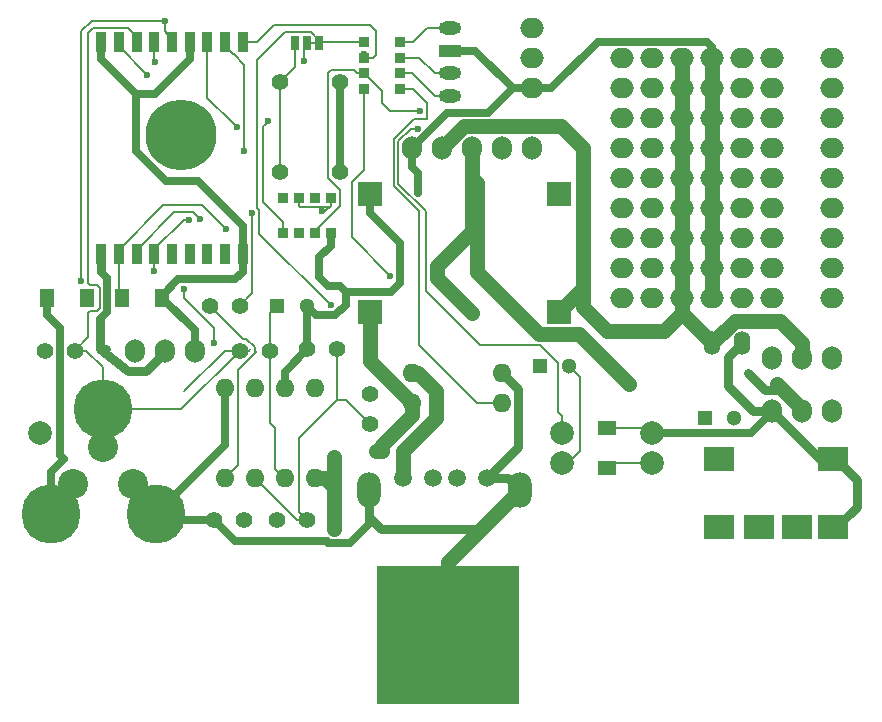
<source format=gbr>
G04 #@! TF.FileFunction,Copper,L1,Top,Signal*
%FSLAX46Y46*%
G04 Gerber Fmt 4.6, Leading zero omitted, Abs format (unit mm)*
G04 Created by KiCad (PCBNEW 4.0.2+dfsg1-stable) date 2016年07月15日 17時34分00秒*
%MOMM*%
G01*
G04 APERTURE LIST*
%ADD10C,0.100000*%
%ADD11O,1.905000X1.117600*%
%ADD12R,1.905000X1.117600*%
%ADD13O,2.000000X1.700000*%
%ADD14R,0.800000X1.200000*%
%ADD15O,1.700000X2.000000*%
%ADD16C,1.998980*%
%ADD17C,1.501140*%
%ADD18O,2.000000X3.000000*%
%ADD19O,1.400000X2.000000*%
%ADD20R,0.900000X0.900000*%
%ADD21C,2.000000*%
%ADD22R,0.900000X1.700000*%
%ADD23C,6.000000*%
%ADD24O,1.600000X1.600000*%
%ADD25R,2.500000X2.000000*%
%ADD26R,2.000000X2.000000*%
%ADD27R,12.000000X11.750000*%
%ADD28C,1.397000*%
%ADD29C,5.000000*%
%ADD30C,2.540000*%
%ADD31R,1.200000X1.600000*%
%ADD32R,1.600000X1.200000*%
%ADD33R,1.300000X1.300000*%
%ADD34C,1.300000*%
%ADD35C,0.600000*%
%ADD36C,0.203200*%
%ADD37C,0.635000*%
%ADD38C,0.762000*%
%ADD39C,1.270000*%
G04 APERTURE END LIST*
D10*
D11*
X173355000Y-95250000D03*
D12*
X173355000Y-97155000D03*
D11*
X173355000Y-99060000D03*
X173355000Y-100965000D03*
D13*
X180340000Y-95250000D03*
X180340000Y-97790000D03*
X180340000Y-100330000D03*
D14*
X162290000Y-96520000D03*
X160290000Y-96520000D03*
X161290000Y-96520000D03*
D15*
X151765000Y-122555000D03*
X149225000Y-122555000D03*
X146685000Y-122555000D03*
X170180000Y-105410000D03*
X175260000Y-105410000D03*
X172720000Y-105410000D03*
X177800000Y-105410000D03*
X180340000Y-105410000D03*
D16*
X138684000Y-129540000D03*
D17*
X176530860Y-133347880D03*
X173990860Y-133347880D03*
X171958860Y-133347880D03*
X169418860Y-133347880D03*
D18*
X179318000Y-134380000D03*
X166518000Y-134380000D03*
D15*
X200660000Y-127635000D03*
X203200000Y-127635000D03*
X205740000Y-127635000D03*
X200660000Y-123190000D03*
X203200000Y-123190000D03*
X205740000Y-123190000D03*
D19*
X195580000Y-121920000D03*
X198120000Y-121920000D03*
D20*
X166140000Y-96425000D03*
X166140000Y-100425000D03*
X166140000Y-97765000D03*
X166140000Y-99085000D03*
X169140000Y-97765000D03*
X169140000Y-96425000D03*
X169140000Y-100425000D03*
X169140000Y-99085000D03*
D21*
X182890160Y-132080000D03*
X190489840Y-132080000D03*
D22*
X143860000Y-96410000D03*
X143860000Y-114410000D03*
X145360000Y-96410000D03*
X145360000Y-114410000D03*
X146860000Y-96410000D03*
X146860000Y-114410000D03*
X148360000Y-96410000D03*
X148360000Y-114410000D03*
X149860000Y-96410000D03*
X149860000Y-114410000D03*
X151360000Y-96410000D03*
X151360000Y-114410000D03*
X152860000Y-96410000D03*
X152860000Y-114410000D03*
X154360000Y-96410000D03*
X154360000Y-114410000D03*
X155860000Y-96410000D03*
X155860000Y-114410000D03*
D23*
X150660000Y-104310000D03*
D24*
X161925000Y-125730000D03*
X159385000Y-125730000D03*
X156845000Y-125730000D03*
X154305000Y-125730000D03*
X154305000Y-133350000D03*
X156845000Y-133350000D03*
X159385000Y-133350000D03*
X161925000Y-133350000D03*
D25*
X196145000Y-131720000D03*
X205845000Y-131720000D03*
X199545000Y-137520000D03*
X196145000Y-137520000D03*
X205845000Y-137520000D03*
X202745000Y-137520000D03*
D26*
X182625000Y-119300000D03*
X182625000Y-109300000D03*
X166625000Y-109300000D03*
X166625000Y-119300000D03*
D27*
X173228000Y-146672000D03*
D28*
X153035000Y-118745000D03*
X155575000Y-118745000D03*
X153416000Y-136906000D03*
X155956000Y-136906000D03*
X158750000Y-136906000D03*
X161290000Y-136906000D03*
X166624000Y-128778000D03*
X166624000Y-126238000D03*
X161290000Y-122428000D03*
X163830000Y-122428000D03*
X155575000Y-122555000D03*
X158115000Y-122555000D03*
X139065000Y-122555000D03*
X141605000Y-122555000D03*
D24*
X177800000Y-127000000D03*
X177800000Y-124460000D03*
X170180000Y-124460000D03*
X170180000Y-127000000D03*
D21*
X182890160Y-129540000D03*
X190489840Y-129540000D03*
D29*
X139573000Y-136398000D03*
X144018000Y-127508000D03*
X148463000Y-136398000D03*
D30*
X141478000Y-133858000D03*
X144018000Y-130683000D03*
X146558000Y-133858000D03*
D28*
X164084000Y-107442000D03*
X159004000Y-107442000D03*
X164084000Y-99822000D03*
X159004000Y-99822000D03*
D31*
X139270000Y-118110000D03*
X142670000Y-118110000D03*
X145620000Y-118110000D03*
X149020000Y-118110000D03*
D32*
X186690000Y-132510000D03*
X186690000Y-129110000D03*
D20*
X159290000Y-112625000D03*
X163290000Y-112625000D03*
X160630000Y-112625000D03*
X161950000Y-112625000D03*
X160630000Y-109625000D03*
X159290000Y-109625000D03*
X163290000Y-109625000D03*
X161950000Y-109625000D03*
D33*
X194945000Y-128270000D03*
D34*
X197445000Y-128270000D03*
X183475000Y-123825000D03*
D33*
X180975000Y-123825000D03*
D13*
X205740000Y-97790000D03*
X205740000Y-107950000D03*
X205740000Y-105410000D03*
X205740000Y-100330000D03*
X205740000Y-102870000D03*
X205740000Y-113030000D03*
X205740000Y-110490000D03*
X205740000Y-115570000D03*
X205740000Y-118110000D03*
X198120000Y-97790000D03*
X198120000Y-107950000D03*
X198120000Y-105410000D03*
X198120000Y-100330000D03*
X198120000Y-102870000D03*
X198120000Y-113030000D03*
X198120000Y-110490000D03*
X198120000Y-115570000D03*
X198120000Y-118110000D03*
X193040000Y-118110000D03*
X193040000Y-107950000D03*
X193040000Y-110490000D03*
X193040000Y-115570000D03*
X193040000Y-113030000D03*
X193040000Y-102870000D03*
X193040000Y-105410000D03*
X193040000Y-100330000D03*
X193040000Y-97790000D03*
X195580000Y-118110000D03*
X195580000Y-107950000D03*
X195580000Y-110490000D03*
X195580000Y-115570000D03*
X195580000Y-113030000D03*
X195580000Y-102870000D03*
X195580000Y-105410000D03*
X195580000Y-100330000D03*
X195580000Y-97790000D03*
X200660000Y-97790000D03*
X200660000Y-107950000D03*
X200660000Y-105410000D03*
X200660000Y-100330000D03*
X200660000Y-102870000D03*
X200660000Y-113030000D03*
X200660000Y-110490000D03*
X200660000Y-115570000D03*
X200660000Y-118110000D03*
X187960000Y-118110000D03*
X187960000Y-107950000D03*
X187960000Y-110490000D03*
X187960000Y-115570000D03*
X187960000Y-113030000D03*
X187960000Y-102870000D03*
X187960000Y-105410000D03*
X187960000Y-100330000D03*
X187960000Y-97790000D03*
X190500000Y-118110000D03*
X190500000Y-107950000D03*
X190500000Y-110490000D03*
X190500000Y-115570000D03*
X190500000Y-113030000D03*
X190500000Y-102870000D03*
X190500000Y-105410000D03*
X190500000Y-100330000D03*
X190500000Y-97790000D03*
D33*
X158750000Y-118745000D03*
D34*
X161250000Y-118745000D03*
D35*
X156635409Y-110915409D03*
X139270000Y-118110000D03*
X143860000Y-115824000D03*
X182625000Y-119300000D03*
X155575000Y-118745000D03*
X162560000Y-110744000D03*
X150368000Y-98887000D03*
X170688000Y-109220000D03*
X142670000Y-118110000D03*
X166625000Y-109300000D03*
X182880000Y-109220000D03*
X157999169Y-103124000D03*
X163305689Y-118737020D03*
X147779995Y-99225523D03*
X161036000Y-98044000D03*
X148452926Y-98160926D03*
X155354398Y-103627152D03*
X187651580Y-124460000D03*
X198628000Y-124460000D03*
X163576000Y-131572000D03*
X163576000Y-137668000D03*
X167132000Y-131064000D03*
X175260000Y-119380000D03*
X166624000Y-119634000D03*
X142146380Y-116705020D03*
X149728447Y-96018855D03*
X149225000Y-94615000D03*
X161950000Y-109625000D03*
X154432000Y-112268000D03*
X161925000Y-125730000D03*
X155956000Y-105664000D03*
X151360000Y-114410000D03*
X162052000Y-112776000D03*
X170815000Y-102235000D03*
X152860000Y-114410000D03*
X159290000Y-109625000D03*
X152221647Y-111416466D03*
X149860000Y-114300000D03*
X148336000Y-115824000D03*
X150876000Y-117348000D03*
X153416000Y-121920000D03*
X170675150Y-103758702D03*
X148360000Y-114410000D03*
X151257000Y-111506000D03*
X168347610Y-116229768D03*
X166140000Y-97413781D03*
X166140000Y-100425000D03*
X154360000Y-114410000D03*
X160630000Y-112625000D03*
D36*
X156635409Y-111339673D02*
X156635409Y-110915409D01*
X156635409Y-117684591D02*
X156635409Y-111339673D01*
X155575000Y-118745000D02*
X156635409Y-117684591D01*
D37*
X143860000Y-115824000D02*
X143860000Y-115895000D01*
D38*
X143860000Y-114410000D02*
X143860000Y-115824000D01*
D37*
X139270000Y-118310000D02*
X139270000Y-118110000D01*
X144383110Y-116418110D02*
X144383110Y-119268890D01*
X143860000Y-115895000D02*
X144383110Y-116418110D01*
X144383110Y-119268890D02*
X143764000Y-119888000D01*
X141478000Y-133858000D02*
X141478000Y-134493000D01*
X141478000Y-134493000D02*
X139573000Y-136398000D01*
X140716000Y-131719467D02*
X140388999Y-131392466D01*
X140388999Y-131392466D02*
X140388999Y-120663999D01*
X140388999Y-120663999D02*
X139270000Y-119545000D01*
X139270000Y-119545000D02*
X139270000Y-118110000D01*
X139573000Y-136398000D02*
X139573000Y-132862467D01*
X139573000Y-132862467D02*
X140716000Y-131719467D01*
D38*
X143764000Y-122428000D02*
X143764000Y-119888000D01*
X146161000Y-124317000D02*
X143764000Y-122428000D01*
X144272000Y-122428000D02*
X143764000Y-122428000D01*
X149225000Y-122555000D02*
X149225000Y-122705000D01*
X149225000Y-122705000D02*
X147613000Y-124317000D01*
X147613000Y-124317000D02*
X146161000Y-124317000D01*
D36*
X162824200Y-110744000D02*
X162560000Y-110744000D01*
X163290000Y-110278200D02*
X162824200Y-110744000D01*
X160668601Y-110376601D02*
X160630000Y-110338000D01*
X160630000Y-110338000D02*
X160630000Y-109625000D01*
X163290000Y-109625000D02*
X163290000Y-110278200D01*
X163290000Y-110278200D02*
X163191599Y-110376601D01*
X163191599Y-110376601D02*
X160668601Y-110376601D01*
D39*
X172720000Y-105410000D02*
X174555010Y-103574990D01*
X174555010Y-103574990D02*
X182822990Y-103574990D01*
X182822990Y-103574990D02*
X184658000Y-105410000D01*
X184658000Y-105410000D02*
X184658000Y-117561500D01*
X193040000Y-100330000D02*
X193040000Y-97790000D01*
X193040000Y-102870000D02*
X193040000Y-100330000D01*
X193040000Y-105410000D02*
X193040000Y-102870000D01*
X193040000Y-107950000D02*
X193040000Y-105410000D01*
X193040000Y-110490000D02*
X193040000Y-107950000D01*
X193040000Y-113030000D02*
X193040000Y-110490000D01*
X193040000Y-118110000D02*
X193040000Y-119380000D01*
X193040000Y-115570000D02*
X193040000Y-113030000D01*
X193040000Y-118110000D02*
X193040000Y-115570000D01*
X203200000Y-123190000D02*
X203200000Y-121920000D01*
X197485000Y-120015000D02*
X195580000Y-121920000D01*
X201295000Y-120015000D02*
X197485000Y-120015000D01*
X203200000Y-121920000D02*
X201295000Y-120015000D01*
X195580000Y-121920000D02*
X193040000Y-119380000D01*
X184658000Y-117561500D02*
X184658000Y-118872000D01*
X184658000Y-118872000D02*
X186690000Y-120904000D01*
X186690000Y-120904000D02*
X191516000Y-120904000D01*
X191516000Y-120904000D02*
X193040000Y-119380000D01*
X184658000Y-117561500D02*
X184658000Y-117267000D01*
X184658000Y-117267000D02*
X182625000Y-119300000D01*
D37*
X150399502Y-116530498D02*
X149020000Y-117910000D01*
X149020000Y-117910000D02*
X149020000Y-118110000D01*
X155860000Y-115895000D02*
X155224502Y-116530498D01*
X155860000Y-114410000D02*
X155860000Y-115895000D01*
X155224502Y-116530498D02*
X150399502Y-116530498D01*
X155860000Y-111978096D02*
X152085904Y-108204000D01*
X155860000Y-114410000D02*
X155860000Y-111978096D01*
X146812000Y-105664000D02*
X146812000Y-100847000D01*
X149352000Y-108204000D02*
X146812000Y-105664000D01*
X152085904Y-108204000D02*
X149352000Y-108204000D01*
X190489840Y-129540000D02*
X198905000Y-129540000D01*
X198905000Y-129540000D02*
X200660000Y-127785000D01*
X200660000Y-127785000D02*
X200660000Y-127635000D01*
X148463000Y-136398000D02*
X148463000Y-135763000D01*
X148463000Y-135763000D02*
X146558000Y-133858000D01*
X163698091Y-119554522D02*
X162059522Y-119554522D01*
X168435302Y-117575109D02*
X164592000Y-117575109D01*
X169167748Y-113477748D02*
X169167748Y-116842663D01*
X164592000Y-118660613D02*
X163698091Y-119554522D01*
X164592000Y-117575109D02*
X164592000Y-118660613D01*
X169167748Y-116842663D02*
X168435302Y-117575109D01*
X162059522Y-119554522D02*
X161899999Y-119394999D01*
X166625000Y-110935000D02*
X169167748Y-113477748D01*
X161899999Y-119394999D02*
X161250000Y-118745000D01*
X166625000Y-109300000D02*
X166625000Y-110935000D01*
X148408000Y-100847000D02*
X150368000Y-98887000D01*
X150368000Y-98887000D02*
X151360000Y-97895000D01*
X151360000Y-97895000D02*
X151360000Y-96410000D01*
X146812000Y-100847000D02*
X148408000Y-100847000D01*
X143860000Y-97895000D02*
X146812000Y-100847000D01*
X143860000Y-96410000D02*
X143860000Y-97895000D01*
X164084000Y-107442000D02*
X164084000Y-99822000D01*
X173167521Y-102422479D02*
X170180000Y-105410000D01*
X178705000Y-100330000D02*
X176612520Y-102422479D01*
X180340000Y-100330000D02*
X178705000Y-100330000D01*
X176612520Y-102422479D02*
X173167521Y-102422479D01*
X170688000Y-107553000D02*
X170688000Y-109220000D01*
X170180000Y-107045000D02*
X170688000Y-107553000D01*
X170180000Y-105410000D02*
X170180000Y-107045000D01*
X164079112Y-117062221D02*
X164592000Y-117575109D01*
X163063112Y-117062221D02*
X164079112Y-117062221D01*
X163290000Y-112625000D02*
X163290000Y-113710000D01*
X163290000Y-113710000D02*
X162337779Y-114662221D01*
X162337779Y-114662221D02*
X162337779Y-116336888D01*
X162337779Y-116336888D02*
X163063112Y-117062221D01*
X161290000Y-122428000D02*
X161290000Y-118785000D01*
X161290000Y-118785000D02*
X161250000Y-118745000D01*
X159385000Y-125730000D02*
X159385000Y-124333000D01*
X159385000Y-124333000D02*
X161290000Y-122428000D01*
X153416000Y-136906000D02*
X148971000Y-136906000D01*
X148971000Y-136906000D02*
X148463000Y-136398000D01*
X162962105Y-138684000D02*
X155194000Y-138684000D01*
X155194000Y-138684000D02*
X153416000Y-136906000D01*
X166518000Y-137266000D02*
X164963490Y-138820510D01*
X164963490Y-138820510D02*
X163098615Y-138820510D01*
X163098615Y-138820510D02*
X162962105Y-138684000D01*
X166518000Y-134380000D02*
X166518000Y-137266000D01*
X148463000Y-136398000D02*
X154305000Y-130556000D01*
X154305000Y-130556000D02*
X154305000Y-125730000D01*
X151765000Y-122555000D02*
X151765000Y-120855000D01*
X151765000Y-120855000D02*
X149020000Y-118110000D01*
X180340000Y-100330000D02*
X181975000Y-100330000D01*
X181975000Y-100330000D02*
X185882510Y-96422490D01*
X185882510Y-96422490D02*
X195169510Y-96422490D01*
X195169510Y-96422490D02*
X195580000Y-96832980D01*
X195580000Y-96832980D02*
X195580000Y-97790000D01*
X178705000Y-100330000D02*
X175530000Y-97155000D01*
X175530000Y-97155000D02*
X174942500Y-97155000D01*
X174942500Y-97155000D02*
X173355000Y-97155000D01*
D38*
X199048000Y-127635000D02*
X196969001Y-125556001D01*
X200660000Y-127635000D02*
X199048000Y-127635000D01*
X196969001Y-125556001D02*
X196969001Y-123070999D01*
X196969001Y-123070999D02*
X198120000Y-121920000D01*
X205845000Y-131720000D02*
X204745000Y-131720000D01*
X204745000Y-131720000D02*
X200660000Y-127635000D01*
X205845000Y-137520000D02*
X206095000Y-137520000D01*
X206095000Y-137520000D02*
X207857000Y-135758000D01*
X207857000Y-133482000D02*
X206095000Y-131720000D01*
X207857000Y-135758000D02*
X207857000Y-133482000D01*
X206095000Y-131720000D02*
X205845000Y-131720000D01*
D39*
X173228000Y-140470000D02*
X176030000Y-137668000D01*
X176030000Y-137668000D02*
X179318000Y-134380000D01*
D38*
X166518000Y-134380000D02*
X166518000Y-136642000D01*
X166518000Y-136642000D02*
X167544000Y-137668000D01*
X167544000Y-137668000D02*
X176030000Y-137668000D01*
X176530860Y-133347880D02*
X178285880Y-133347880D01*
X178285880Y-133347880D02*
X179318000Y-134380000D01*
X177800000Y-124460000D02*
X179181001Y-125841001D01*
X179181001Y-130697739D02*
X177281429Y-132597311D01*
X179181001Y-125841001D02*
X179181001Y-130697739D01*
X177281429Y-132597311D02*
X176530860Y-133347880D01*
D36*
X186690000Y-129110000D02*
X190059840Y-129110000D01*
X190059840Y-129110000D02*
X190489840Y-129540000D01*
D39*
X195580000Y-115570000D02*
X195580000Y-118110000D01*
X195580000Y-113030000D02*
X195580000Y-115570000D01*
X195580000Y-110490000D02*
X195580000Y-113030000D01*
X195580000Y-107950000D02*
X195580000Y-110490000D01*
X195580000Y-105410000D02*
X195580000Y-107950000D01*
X195580000Y-102870000D02*
X195580000Y-105410000D01*
X195580000Y-100330000D02*
X195580000Y-102870000D01*
X195580000Y-97790000D02*
X195580000Y-100330000D01*
X182800000Y-109300000D02*
X182880000Y-109220000D01*
X182800000Y-109300000D02*
X182625000Y-109300000D01*
X173228000Y-146672000D02*
X173228000Y-140470000D01*
D36*
X169140000Y-96425000D02*
X170275000Y-96425000D01*
X171450000Y-95250000D02*
X173355000Y-95250000D01*
X170275000Y-96425000D02*
X171450000Y-95250000D01*
X169140000Y-97765000D02*
X170790000Y-97765000D01*
X172085000Y-99060000D02*
X173355000Y-99060000D01*
X170790000Y-97765000D02*
X172085000Y-99060000D01*
X169140000Y-99085000D02*
X170205000Y-99085000D01*
X172085000Y-100965000D02*
X173355000Y-100965000D01*
X170205000Y-99085000D02*
X172085000Y-100965000D01*
X157699170Y-103423999D02*
X157999169Y-103124000D01*
X159290000Y-112625000D02*
X159290000Y-111682500D01*
X159290000Y-111682500D02*
X157600688Y-109993188D01*
X157600688Y-103522481D02*
X157699170Y-103423999D01*
X157600688Y-109993188D02*
X157600688Y-103522481D01*
X162290000Y-96320000D02*
X162290000Y-96520000D01*
X159397601Y-95618399D02*
X161588399Y-95618399D01*
X157237010Y-110626640D02*
X157076789Y-110466419D01*
X157076789Y-110466419D02*
X157076789Y-97939211D01*
X161588399Y-95618399D02*
X162290000Y-96320000D01*
X157076789Y-97939211D02*
X159397601Y-95618399D01*
X163305689Y-118737020D02*
X157237010Y-112668341D01*
X157237010Y-112668341D02*
X157237010Y-110626640D01*
X147775523Y-99225523D02*
X147779995Y-99225523D01*
X145360000Y-96410000D02*
X145360000Y-96810000D01*
X145360000Y-96810000D02*
X147775523Y-99225523D01*
X161036000Y-98044000D02*
X161036000Y-96774000D01*
X161036000Y-96774000D02*
X161290000Y-96520000D01*
X162290000Y-96520000D02*
X161290000Y-96520000D01*
X166140000Y-96425000D02*
X162385000Y-96425000D01*
X162385000Y-96425000D02*
X162290000Y-96520000D01*
X159004000Y-107442000D02*
X159004000Y-99822000D01*
X148360000Y-98068000D02*
X148452926Y-98160926D01*
X148360000Y-96410000D02*
X148360000Y-98068000D01*
X160290000Y-96520000D02*
X160290000Y-98536000D01*
X160290000Y-98536000D02*
X159004000Y-99822000D01*
X152860000Y-96410000D02*
X152860000Y-101132754D01*
X152860000Y-101132754D02*
X155054399Y-103327153D01*
X155054399Y-103327153D02*
X155354398Y-103627152D01*
D39*
X175260000Y-112467434D02*
X175260000Y-107950000D01*
X175688611Y-115866614D02*
X180956998Y-121135001D01*
X175260000Y-107950000D02*
X175688611Y-108378611D01*
X180956998Y-121135001D02*
X184326581Y-121135001D01*
X172291391Y-115436043D02*
X175260000Y-112467434D01*
X184326581Y-121135001D02*
X188468000Y-125276420D01*
X172291391Y-116411391D02*
X172291391Y-115436043D01*
X175260000Y-119380000D02*
X172291391Y-116411391D01*
X175688611Y-108378611D02*
X175688611Y-115866614D01*
D38*
X187651580Y-124460000D02*
X188468000Y-125276420D01*
D39*
X187651580Y-124460000D02*
X188556580Y-125365000D01*
D38*
X200041000Y-125873000D02*
X198628000Y-124460000D01*
X203200000Y-127485000D02*
X201588000Y-125873000D01*
X201588000Y-125873000D02*
X200041000Y-125873000D01*
D39*
X203200000Y-127485000D02*
X203200000Y-127635000D01*
X201080000Y-125365000D02*
X203200000Y-127485000D01*
X163576000Y-134112000D02*
X163576000Y-131572000D01*
X161925000Y-133350000D02*
X162814000Y-133350000D01*
X163576000Y-134112000D02*
X163576000Y-137668000D01*
X162814000Y-133350000D02*
X163576000Y-134112000D01*
X170180000Y-127000000D02*
X170180000Y-128016000D01*
X167640000Y-131064000D02*
X167132000Y-131064000D01*
X167640000Y-130556000D02*
X167640000Y-131064000D01*
X170180000Y-128016000D02*
X167640000Y-130556000D01*
X170180000Y-127000000D02*
X166624000Y-123444000D01*
X166624000Y-123444000D02*
X166624000Y-119634000D01*
X166625000Y-119300000D02*
X166958000Y-119300000D01*
X175260000Y-107950000D02*
X175260000Y-105410000D01*
X166624000Y-119634000D02*
X166625000Y-119633000D01*
X166625000Y-119633000D02*
X166625000Y-119300000D01*
D36*
X182890160Y-132080000D02*
X183388000Y-132080000D01*
X183388000Y-132080000D02*
X184404000Y-131064000D01*
X184404000Y-124754000D02*
X183475000Y-123825000D01*
X184404000Y-131064000D02*
X184404000Y-124754000D01*
X142146380Y-116280756D02*
X142146380Y-116705020D01*
X142146380Y-95535394D02*
X142146380Y-116280756D01*
X149225000Y-94615000D02*
X143066774Y-94615000D01*
X143066774Y-94615000D02*
X142146380Y-95535394D01*
X149225000Y-95515408D02*
X149428448Y-95718856D01*
X149225000Y-94615000D02*
X149225000Y-95515408D01*
X149428448Y-95718856D02*
X149728447Y-96018855D01*
X142748000Y-119888000D02*
X142748000Y-120396000D01*
X142748000Y-119380000D02*
X142748000Y-119888000D01*
X142748000Y-119888000D02*
X142748000Y-121412000D01*
X142748000Y-121412000D02*
X141605000Y-122555000D01*
X142916399Y-119211601D02*
X142748000Y-119380000D01*
X143764000Y-117261118D02*
X143764000Y-118958882D01*
X143764000Y-118958882D02*
X143511281Y-119211601D01*
X143511281Y-119211601D02*
X142916399Y-119211601D01*
X142748000Y-116245118D02*
X142748000Y-116840000D01*
X143511281Y-117008399D02*
X143764000Y-117261118D01*
X142916399Y-117008399D02*
X143511281Y-117008399D01*
X142748000Y-116840000D02*
X142916399Y-117008399D01*
X142748000Y-95679118D02*
X142748000Y-116245118D01*
X146860000Y-96410000D02*
X146860000Y-96010000D01*
X146860000Y-96010000D02*
X146108399Y-95258399D01*
X143168719Y-95258399D02*
X142748000Y-95679118D01*
X146108399Y-95258399D02*
X143168719Y-95258399D01*
D37*
X144018000Y-130683000D02*
X144018000Y-127508000D01*
D36*
X155575000Y-122555000D02*
X156337000Y-122555000D01*
X156337000Y-122555000D02*
X156464000Y-122428000D01*
X155575000Y-122555000D02*
X155194000Y-122936000D01*
X149352000Y-127508000D02*
X149860000Y-127508000D01*
X144018000Y-127508000D02*
X149352000Y-127508000D01*
X149352000Y-127508000D02*
X150622000Y-127508000D01*
X150622000Y-127508000D02*
X155575000Y-122555000D01*
X154305000Y-122555000D02*
X150876000Y-125984000D01*
X155575000Y-122555000D02*
X154305000Y-122555000D01*
X144018000Y-127508000D02*
X144018000Y-123972467D01*
X144018000Y-123972467D02*
X142600533Y-122555000D01*
X142600533Y-122555000D02*
X142592828Y-122555000D01*
X142592828Y-122555000D02*
X141605000Y-122555000D01*
D39*
X170180000Y-124460000D02*
X170688000Y-124460000D01*
X170688000Y-124460000D02*
X172212000Y-125984000D01*
X172212000Y-125984000D02*
X172212000Y-128270000D01*
X172212000Y-128270000D02*
X169418860Y-131063140D01*
X169418860Y-131063140D02*
X169418860Y-133347880D01*
D36*
X149134000Y-110236000D02*
X152400000Y-110236000D01*
X152400000Y-110236000D02*
X154432000Y-112268000D01*
X145360000Y-114410000D02*
X145360000Y-114010000D01*
X145360000Y-114010000D02*
X149134000Y-110236000D01*
X145360000Y-114410000D02*
X145360000Y-117850000D01*
X145360000Y-117850000D02*
X145620000Y-118110000D01*
X156972000Y-122638150D02*
X156928150Y-122638150D01*
X156928150Y-122638150D02*
X156867209Y-122577209D01*
X155844899Y-121554899D02*
X153035000Y-118745000D01*
X156867209Y-122577209D02*
X156867209Y-122260985D01*
X156867209Y-122260985D02*
X156161123Y-121554899D01*
X156161123Y-121554899D02*
X155844899Y-121554899D01*
X155448000Y-132207000D02*
X155448000Y-124162150D01*
X155448000Y-124162150D02*
X156972000Y-122638150D01*
X154305000Y-133350000D02*
X155448000Y-132207000D01*
X158115000Y-122555000D02*
X158115000Y-119380000D01*
X158115000Y-119380000D02*
X158750000Y-118745000D01*
X158585001Y-129121001D02*
X158115000Y-128651000D01*
X158115000Y-128651000D02*
X158115000Y-122555000D01*
X159385000Y-133350000D02*
X158585001Y-132550001D01*
X158585001Y-132550001D02*
X158585001Y-129121001D01*
X190489840Y-132080000D02*
X187120000Y-132080000D01*
X187120000Y-132080000D02*
X186690000Y-132510000D01*
X155013200Y-97463200D02*
X154360000Y-96810000D01*
X155956000Y-105664000D02*
X155956000Y-98348882D01*
X155956000Y-98348882D02*
X155070318Y-97463200D01*
X155070318Y-97463200D02*
X155013200Y-97463200D01*
X154360000Y-96810000D02*
X154360000Y-96410000D01*
X166624000Y-128778000D02*
X164592000Y-126746000D01*
X164592000Y-126746000D02*
X163830000Y-126746000D01*
X160591501Y-129984499D02*
X163830000Y-126746000D01*
X163830000Y-126746000D02*
X163830000Y-122428000D01*
X161290000Y-136906000D02*
X160591501Y-136207501D01*
X160591501Y-136207501D02*
X160591501Y-129984499D01*
X156845000Y-133350000D02*
X160401000Y-136906000D01*
X160401000Y-136906000D02*
X161290000Y-136906000D01*
X163083899Y-99044101D02*
X163306101Y-98821899D01*
X165223699Y-98821899D02*
X165486800Y-99085000D01*
X165486800Y-99085000D02*
X166140000Y-99085000D01*
X163306101Y-98821899D02*
X165223699Y-98821899D01*
X162052000Y-112776000D02*
X162052000Y-112305882D01*
X162052000Y-112305882D02*
X164041601Y-110316281D01*
X164041601Y-110316281D02*
X164041601Y-108933719D01*
X163083899Y-107976017D02*
X163083899Y-99044101D01*
X164041601Y-108933719D02*
X163083899Y-107976017D01*
X161950000Y-112370000D02*
X161950000Y-112625000D01*
X161950000Y-112674000D02*
X162052000Y-112776000D01*
X161950000Y-112674000D02*
X161950000Y-112625000D01*
X167640000Y-100585000D02*
X166140000Y-99085000D01*
X167640000Y-101600000D02*
X167640000Y-100585000D01*
X168275000Y-102235000D02*
X167640000Y-101600000D01*
X170815000Y-102235000D02*
X168275000Y-102235000D01*
X146860000Y-114010000D02*
X150032398Y-110837602D01*
X150032398Y-110837602D02*
X151642783Y-110837602D01*
X151642783Y-110837602D02*
X151921648Y-111116467D01*
X151921648Y-111116467D02*
X152221647Y-111416466D01*
X146860000Y-114410000D02*
X146860000Y-114010000D01*
X149860000Y-114300000D02*
X149860000Y-114410000D01*
X182890160Y-129540000D02*
X182890160Y-128125787D01*
X148336000Y-115824000D02*
X148336000Y-114434000D01*
X148336000Y-114434000D02*
X148360000Y-114410000D01*
X150876000Y-118066150D02*
X150876000Y-117348000D01*
X153416000Y-121920000D02*
X153416000Y-120606150D01*
X153416000Y-120606150D02*
X150876000Y-118066150D01*
X169028390Y-104782988D02*
X170052676Y-103758702D01*
X182523399Y-127759026D02*
X182523399Y-123595399D01*
X170250886Y-103758702D02*
X170675150Y-103758702D01*
X175919612Y-122071612D02*
X171331610Y-117483610D01*
X169028390Y-108435943D02*
X169028390Y-104782988D01*
X170052676Y-103758702D02*
X170250886Y-103758702D01*
X182890160Y-128125787D02*
X182523399Y-127759026D01*
X180999612Y-122071612D02*
X175919612Y-122071612D01*
X182523399Y-123595399D02*
X180999612Y-122071612D01*
X171331610Y-117483610D02*
X171331610Y-110739163D01*
X171331610Y-110739163D02*
X169028390Y-108435943D01*
X151257000Y-111506000D02*
X150832736Y-111506000D01*
X150832736Y-111506000D02*
X148360000Y-113978736D01*
X148360000Y-113978736D02*
X148360000Y-114410000D01*
X165100000Y-108282118D02*
X165100000Y-112982158D01*
X165100000Y-112982158D02*
X168347610Y-116229768D01*
X166140000Y-100425000D02*
X166140000Y-107242118D01*
X166140000Y-107242118D02*
X165100000Y-108282118D01*
X155860000Y-96410000D02*
X157082000Y-96410000D01*
X166903000Y-97765000D02*
X166140000Y-97765000D01*
X167132000Y-97536000D02*
X166903000Y-97765000D01*
X167132000Y-95504000D02*
X167132000Y-97536000D01*
X166624000Y-94996000D02*
X167132000Y-95504000D01*
X158496000Y-94996000D02*
X166624000Y-94996000D01*
X157082000Y-96410000D02*
X158496000Y-94996000D01*
X176668630Y-127000000D02*
X177800000Y-127000000D01*
X175705764Y-127000000D02*
X176668630Y-127000000D01*
X171450000Y-102925020D02*
X170316132Y-102925020D01*
X170799110Y-122093346D02*
X175705764Y-127000000D01*
X170316132Y-102925020D02*
X168625179Y-104615973D01*
X170799110Y-110776889D02*
X170799110Y-122093346D01*
X168625179Y-108602958D02*
X170799110Y-110776889D01*
X171450000Y-101600000D02*
X171450000Y-102925020D01*
X168625179Y-104615973D02*
X168625179Y-108602958D01*
X170275000Y-100425000D02*
X171450000Y-101600000D01*
X169140000Y-100425000D02*
X170275000Y-100425000D01*
M02*

</source>
